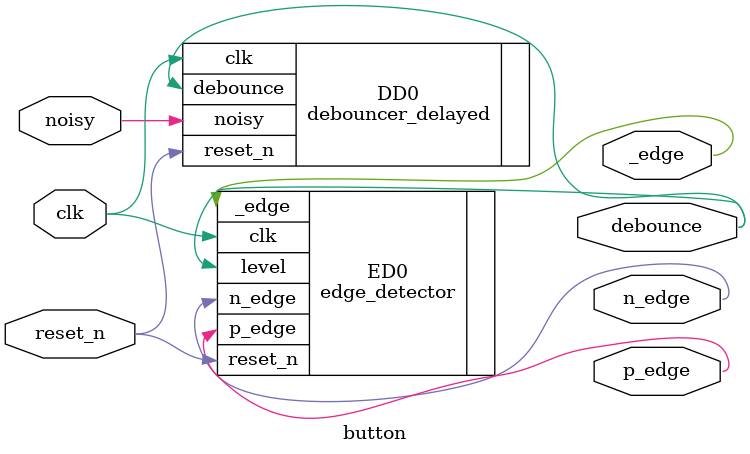
<source format=v>
`timescale 1ns / 1ps


module button(
input clk, reset_n,
input noisy,
output debounce,
output p_edge, n_edge,_edge    );

debouncer_delayed DD0(
    .clk(clk),
    .reset_n(reset_n),
    .noisy(noisy),
    .debounce(debounce));
    
edge_detector ED0(
    .clk(clk),
    .reset_n(reset_n),
    .level(debounce),
    .p_edge(p_edge),
    .n_edge(n_edge),
    ._edge(_edge)
    );
endmodule

</source>
